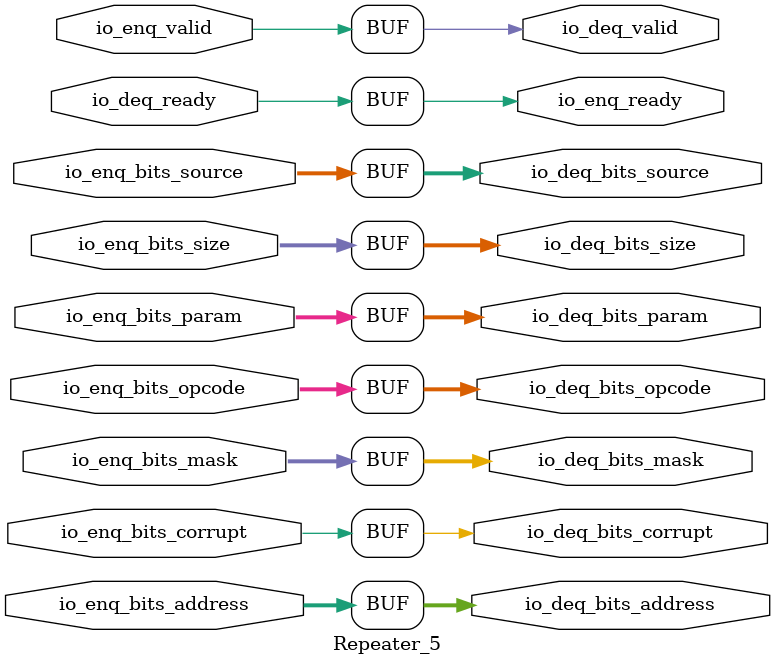
<source format=sv>
`ifndef RANDOMIZE
  `ifdef RANDOMIZE_MEM_INIT
    `define RANDOMIZE
  `endif // RANDOMIZE_MEM_INIT
`endif // not def RANDOMIZE
`ifndef RANDOMIZE
  `ifdef RANDOMIZE_REG_INIT
    `define RANDOMIZE
  `endif // RANDOMIZE_REG_INIT
`endif // not def RANDOMIZE

`ifndef RANDOM
  `define RANDOM $random
`endif // not def RANDOM

// Users can define INIT_RANDOM as general code that gets injected into the
// initializer block for modules with registers.
`ifndef INIT_RANDOM
  `define INIT_RANDOM
`endif // not def INIT_RANDOM

// If using random initialization, you can also define RANDOMIZE_DELAY to
// customize the delay used, otherwise 0.002 is used.
`ifndef RANDOMIZE_DELAY
  `define RANDOMIZE_DELAY 0.002
`endif // not def RANDOMIZE_DELAY

// Define INIT_RANDOM_PROLOG_ for use in our modules below.
`ifndef INIT_RANDOM_PROLOG_
  `ifdef RANDOMIZE
    `ifdef VERILATOR
      `define INIT_RANDOM_PROLOG_ `INIT_RANDOM
    `else  // VERILATOR
      `define INIT_RANDOM_PROLOG_ `INIT_RANDOM #`RANDOMIZE_DELAY begin end
    `endif // VERILATOR
  `else  // RANDOMIZE
    `define INIT_RANDOM_PROLOG_
  `endif // RANDOMIZE
`endif // not def INIT_RANDOM_PROLOG_

// Include register initializers in init blocks unless synthesis is set
`ifndef SYNTHESIS
  `ifndef ENABLE_INITIAL_REG_
    `define ENABLE_INITIAL_REG_
  `endif // not def ENABLE_INITIAL_REG_
`endif // not def SYNTHESIS

// Include rmemory initializers in init blocks unless synthesis is set
`ifndef SYNTHESIS
  `ifndef ENABLE_INITIAL_MEM_
    `define ENABLE_INITIAL_MEM_
  `endif // not def ENABLE_INITIAL_MEM_
`endif // not def SYNTHESIS

// Standard header to adapt well known macros for prints and assertions.

// Users can define 'PRINTF_COND' to add an extra gate to prints.
`ifndef PRINTF_COND_
  `ifdef PRINTF_COND
    `define PRINTF_COND_ (`PRINTF_COND)
  `else  // PRINTF_COND
    `define PRINTF_COND_ 1
  `endif // PRINTF_COND
`endif // not def PRINTF_COND_

// Users can define 'ASSERT_VERBOSE_COND' to add an extra gate to assert error printing.
`ifndef ASSERT_VERBOSE_COND_
  `ifdef ASSERT_VERBOSE_COND
    `define ASSERT_VERBOSE_COND_ (`ASSERT_VERBOSE_COND)
  `else  // ASSERT_VERBOSE_COND
    `define ASSERT_VERBOSE_COND_ 1
  `endif // ASSERT_VERBOSE_COND
`endif // not def ASSERT_VERBOSE_COND_

// Users can define 'STOP_COND' to add an extra gate to stop conditions.
`ifndef STOP_COND_
  `ifdef STOP_COND
    `define STOP_COND_ (`STOP_COND)
  `else  // STOP_COND
    `define STOP_COND_ 1
  `endif // STOP_COND
`endif // not def STOP_COND_

module Repeater_5(
  output        io_enq_ready,	// @[generators/rocket-chip/src/main/scala/util/Repeater.scala:12:14]
  input         io_enq_valid,	// @[generators/rocket-chip/src/main/scala/util/Repeater.scala:12:14]
  input  [2:0]  io_enq_bits_opcode,	// @[generators/rocket-chip/src/main/scala/util/Repeater.scala:12:14]
                io_enq_bits_param,	// @[generators/rocket-chip/src/main/scala/util/Repeater.scala:12:14]
                io_enq_bits_size,	// @[generators/rocket-chip/src/main/scala/util/Repeater.scala:12:14]
  input  [10:0] io_enq_bits_source,	// @[generators/rocket-chip/src/main/scala/util/Repeater.scala:12:14]
  input  [29:0] io_enq_bits_address,	// @[generators/rocket-chip/src/main/scala/util/Repeater.scala:12:14]
  input  [3:0]  io_enq_bits_mask,	// @[generators/rocket-chip/src/main/scala/util/Repeater.scala:12:14]
  input         io_enq_bits_corrupt,	// @[generators/rocket-chip/src/main/scala/util/Repeater.scala:12:14]
                io_deq_ready,	// @[generators/rocket-chip/src/main/scala/util/Repeater.scala:12:14]
  output        io_deq_valid,	// @[generators/rocket-chip/src/main/scala/util/Repeater.scala:12:14]
  output [2:0]  io_deq_bits_opcode,	// @[generators/rocket-chip/src/main/scala/util/Repeater.scala:12:14]
                io_deq_bits_param,	// @[generators/rocket-chip/src/main/scala/util/Repeater.scala:12:14]
                io_deq_bits_size,	// @[generators/rocket-chip/src/main/scala/util/Repeater.scala:12:14]
  output [10:0] io_deq_bits_source,	// @[generators/rocket-chip/src/main/scala/util/Repeater.scala:12:14]
  output [29:0] io_deq_bits_address,	// @[generators/rocket-chip/src/main/scala/util/Repeater.scala:12:14]
  output [3:0]  io_deq_bits_mask,	// @[generators/rocket-chip/src/main/scala/util/Repeater.scala:12:14]
  output        io_deq_bits_corrupt	// @[generators/rocket-chip/src/main/scala/util/Repeater.scala:12:14]
);

  assign io_enq_ready = io_deq_ready;
  assign io_deq_valid = io_enq_valid;
  assign io_deq_bits_opcode = io_enq_bits_opcode;
  assign io_deq_bits_param = io_enq_bits_param;
  assign io_deq_bits_size = io_enq_bits_size;
  assign io_deq_bits_source = io_enq_bits_source;
  assign io_deq_bits_address = io_enq_bits_address;
  assign io_deq_bits_mask = io_enq_bits_mask;
  assign io_deq_bits_corrupt = io_enq_bits_corrupt;
endmodule


</source>
